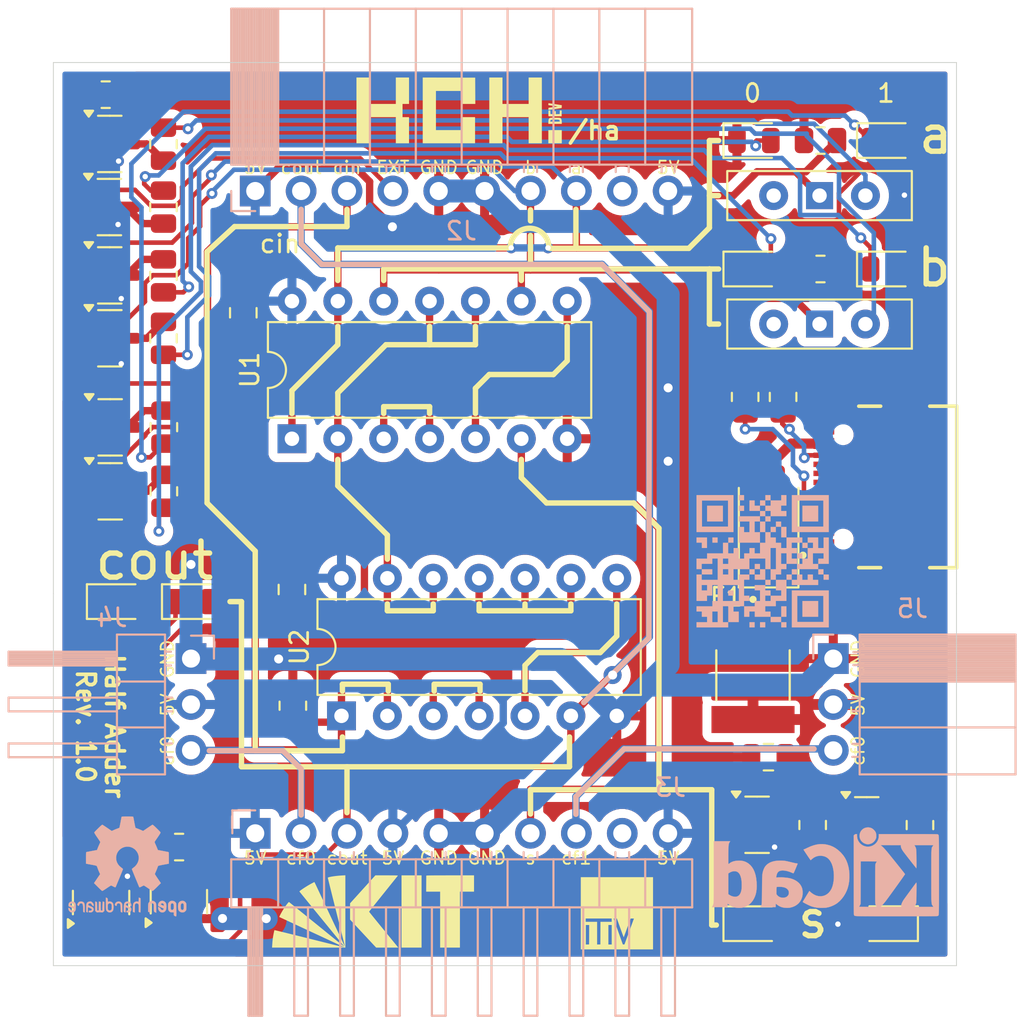
<source format=kicad_pcb>
(kicad_pcb (version 20241229) (generator "pcbnew") (generator_version "9.0")
  (layers (0 "F.Cu" signal) (2 "B.Cu" signal) (13 "F.Paste" user) (15 "B.Paste" user) (5 "F.SilkS" user "F.Silkscreen") (7 "B.SilkS" user "B.Silkscreen") (1 "F.Mask" user) (3 "B.Mask" user) (25 "Edge.Cuts" user))
  (net 0 "")
  (net 1 "+5V")
  (net 2 "GND")
  (net 3 "Net-(D1-A)")
  (net 4 "Net-(D2-K)")
  (net 5 "Net-(D3-A)")
  (net 6 "Net-(D4-K)")
  (net 7 "Net-(D5-A)")
  (net 8 "Net-(D6-K)")
  (net 9 "Net-(D7-A)")
  (net 10 "Net-(D8-K)")
  (net 11 "Net-(J1-CC2)")
  (net 12 "Net-(J1-CC1)")
  (net 13 "/b")
  (net 15 "/a")
  (net 16 "/cin")
  (net 17 "/AB_EXT")
  (net 18 "/cout")
  (net 19 "/s")
  (net 20 "/cf1")
  (net 21 "/cf0")
  (net 23 "Net-(Q1-D)")
  (net 24 "Net-(Q2-D)")
  (net 25 "Net-(Q3-D)")
  (net 26 "Net-(Q4-D)")
  (net 27 "Net-(Q5-D)")
  (net 28 "Net-(Q6-D)")
  (net 29 "Net-(Q7-D)")
  (net 30 "Net-(Q8-D)")
  (net 31 "Net-(Q9-D)")
  (net 32 "Net-(D9-A)")
  (net 35 "Net-(U2-Pad3)")
  (net 36 "Net-(U1-Pad3)")
  (net 37 "Net-(U1-Pad5)")
  (net 38 "Net-(U2-Pad10)")
  (net 39 "Net-(U2-Pad5)")
  (net 40 "Net-(U1-Pad10)")
  (net 47 "Net-(Q10-D)")
  (net 48 "/AB_5V1")
  (net 49 "/AB_5V2")
  (net 50 "Net-(D9-K)")
  (footprint "LED_SMD:LED_0805_2012Metric" (layer "F.Cu") (at 107.6985 129.845)
    (property "Reference" "D8" (hide yes))
    (property "Value" "ROT")
  )
  (footprint "LED_SMD:LED_0805_2012Metric" (layer "F.Cu") (at 146.1795 104.318)
    (property "Reference" "D4" (hide yes))
    (property "Value" "ROT" (hide yes))
  )
  (footprint "Resistor_SMD:R_0805_2012Metric" (layer "F.Cu") (at 142.037 142.2129 -90)
    (property "Reference" "R5" (hide yes))
    (property "Value" "680")
  )
  (footprint "LED_SMD:LED_0805_2012Metric" (layer "F.Cu") (at 138.7835 111.43)
    (property "Reference" "D1" (hide yes))
    (property "Value" "BLAU")
  )
  (footprint "Package_TO_SOT_SMD:SOT-23" (layer "F.Cu") (at 103.1436 120.1983)
    (property "Reference" "Q4" (hide yes))
    (property "Value" "BSS138")
  )
  (footprint "Resistor_SMD:R_0805_2012Metric" (layer "F.Cu") (at 106.1177 120.185 90)
    (property "Reference" "R4" (hide yes))
    (property "Value" "680")
  )
  (footprint "Resistor_SMD:R_0805_2012Metric" (layer "F.Cu") (at 142.4707 111.43 180)
    (property "Reference" "R12" (hide yes))
    (property "Value" "22k")
  )
  (footprint "Diode_SMD:D_SMA" (layer "F.Cu") (at 139.6 125.55 90)
    (property "Reference" "D9" (hide yes))
    (property "Value" "~")
  )
  (footprint "Button_Switch_THT:SW_Slide-03_Wuerth-WS-SLTV_10x2.5x6.4_P2.54mm" (layer "F.Cu") (at 142.418 107.366 180)
    (property "Reference" "SW1" (hide yes))
    (property "Value" "a")
  )
  (footprint "snapeda:FUSER_2016L050MR" (layer "F.Cu") (at 138.735 133.9228 -90)
    (property "Reference" "F1")
    (property "Value" "1.1A")
  )
  (footprint "Resistor_SMD:R_0805_2012Metric" (layer "F.Cu") (at 113.2588 135.6089 90)
    (property "Reference" "R13" (hide yes))
    (property "Value" "22k")
  )
  (footprint "Resistor_SMD:R_0805_2012Metric" (layer "F.Cu") (at 106.096 111.8091 -90)
    (property "Reference" "R3" (hide yes))
    (property "Value" "680")
  )
  (footprint "Resistor_SMD:R_0805_2012Metric" (layer "F.Cu") (at 140.4 118.5125 90)
    (property "Reference" "R15" (hide yes))
    (property "Value" "5.1k")
  )
  (footprint "Package_TO_SOT_SMD:SOT-23" (layer "F.Cu") (at 103.1219 104.506)
    (property "Reference" "Q9" (hide yes))
    (property "Value" "BSS84")
  )
  (footprint "Resistor_SMD:R_0805_2012Metric" (layer "F.Cu") (at 138.3 118.5125 90)
    (property "Reference" "R14" (hide yes))
    (property "Value" "5.1k")
  )
  (footprint "Package_TO_SOT_SMD:SOT-23" (layer "F.Cu") (at 102.6416 146.5051 90)
    (property "Reference" "Q7" (hide yes))
    (property "Value" "BSS84")
  )
  (footprint "Package_TO_SOT_SMD:SOT-23" (layer "F.Cu") (at 106.9482 146.4589 90)
    (property "Reference" "Q8" (hide yes))
    (property "Value" "BSS138")
  )
  (footprint "snapeda:kch_4mm" (layer "F.Cu") (at 122.45 102.65)
    (property "Reference" "G***" (hide yes))
    (property "Value" "LOGO" (hide yes))
  )
  (footprint "Package_TO_SOT_SMD:SOT-23" (layer "F.Cu") (at 103.1482 123.7391)
    (property "Reference" "Q2" (hide yes))
    (property "Value" "BSS138")
  )
  (footprint "Resistor_SMD:R_0805_2012Metric" (layer "F.Cu") (at 147.9783 142.2167 -90)
    (property "Reference" "R6" (hide yes))
    (property "Value" "680")
  )
  (footprint "Resistor_SMD:R_0805_2012Metric" (layer "F.Cu") (at 106.096 108.0029 90)
    (property "Reference" "R17" (hide yes))
    (property "Value" "220")
  )
  (footprint "Resistor_SMD:R_0805_2012Metric" (layer "F.Cu") (at 102.8975 101.778)
    (property "Reference" "R9" (hide yes))
    (property "Value" "22k")
  )
  (footprint "Package_TO_SOT_SMD:SOT-23" (layer "F.Cu") (at 145.0319 142.23)
    (property "Reference" "Q6" (hide yes))
    (property "Value" "BSS138")
  )
  (footprint "Package_DIP:DIP-14_W7.62mm" (layer "F.Cu") (at 115.9512 136.1696 90)
    (property "Reference" "U2")
    (property "Value" "74HC00")
  )
  (footprint "LED_SMD:LED_0805_2012Metric" (layer "F.Cu") (at 146.1795 111.43)
    (property "Reference" "D2" (hide yes))
    (property "Value" "ROT")
  )
  (footprint "Capacitor_SMD:C_0805_2012Metric" (layer "F.Cu") (at 139.5884 138.4556 180)
    (property "Reference" "C3" (hide yes))
    (property "Value" "10u")
  )
  (footprint "Capacitor_SMD:C_0805_2012Metric" (layer "F.Cu") (at 110.5156 113.8532 90)
    (property "Reference" "C1" (hide yes))
    (property "Value" "100n")
  )
  (footprint "Button_Switch_THT:SW_Slide-03_Wuerth-WS-SLTV_10x2.5x6.4_P2.54mm" (layer "F.Cu") (at 142.418 114.478 180)
    (property "Reference" "SW2" (hide yes))
    (property "Value" "b")
  )
  (footprint "Resistor_SMD:R_0805_2012Metric" (layer "F.Cu") (at 102.6538 143.5079)
    (property "Reference" "R7" (hide yes))
    (property "Value" "680")
  )
  (footprint "Resistor_SMD:R_0805_2012Metric" (layer "F.Cu") (at 106.096 115.2673 -90)
    (property "Reference" "R1" (hide yes))
    (property "Value" "680")
  )
  (footprint "Package_TO_SOT_SMD:SOT-23" (layer "F.Cu") (at 103.1265 115.2654)
    (property "Reference" "Q1" (hide yes))
    (property "Value" "BSS84")
  )
  (footprint "snapeda:itiv_4mm" (layer "F.Cu") (at 131.2 147.1)
    (property "Reference" "G***" (hide yes))
    (property "Value" "LOGO" (hide yes))
  )
  (footprint "LED_SMD:LED_0805_2012Metric" (layer "F.Cu") (at 146.1795 147.6758 180)
    (property "Reference" "D6" (hide yes))
    (property "Value" "ROT")
  )
  (footprint "Resistor_SMD:R_0805_2012Metric" (layer "F.Cu") (at 106.1177 123.7372 90)
    (property "Reference" "R2" (hide yes))
    (property "Value" "680")
  )
  (footprint "Resistor_SMD:R_0805_2012Metric" (layer "F.Cu") (at 106.096 104.5193 90)
    (property "Reference" "R10" (hide yes))
    (property "Value" "220")
  )
  (footprint "LED_SMD:LED_0805_2012Metric" (layer "F.Cu") (at 103.5421 129.845)
    (property "Reference" "D7" (hide yes))
    (property "Value" "BLAU")
  )
  (footprint "snapeda:GCT_USB4110-GF-A_REVB" (layer "F.Cu") (at 143.7308 123.495 90)
    (property "Reference" "J1" (hide yes))
    (property "Value" "POWER")
  )
  (footprint "Resistor_SMD:R_0805_2012Metric" (layer "F.Cu") (at 142.4707 104.318 180)
    (property "Reference" "R11" (hide yes))
    (property "Value" "22k")
  )
  (footprint "Package_TO_SOT_SMD:SOT-23" (layer "F.Cu") (at 103.1205 111.7832)
    (property "Reference" "Q3" (hide yes))
    (property "Value" "BSS84")
  )
  (footprint "Package_DIP:DIP-14_W7.62mm" (layer "F.Cu") (at 113.208 120.828 90)
    (property "Reference" "U1")
    (property "Value" "74HC00")
  )
  (footprint "Package_TO_SOT_SMD:SOT-23" (layer "F.Cu") (at 138.9613 142.1996)
    (property "Reference" "Q5" (hide yes))
    (property "Value" "BSS84")
  )
  (footprint "LED_SMD:LED_0805_2012Metric" (layer "F.Cu") (at 138.7835 147.6758)
    (property "Reference" "D5" (hide yes))
    (property "Value" "BLAU")
  )
  (footprint "snapeda:kit_4mm" (layer "F.Cu") (at 117.7 147)
    (property "Reference" "G***" (hide yes))
    (property "Value" "LOGO" (hide yes))
  )
  (footprint "LED_SMD:LED_0805_2012Metric" (layer "F.Cu") (at 138.7835 104.318)
    (property "Reference" "D3" (hide yes))
    (property "Value" "BLAU" (hide yes))
  )
  (footprint "Resistor_SMD:R_0805_2012Metric" (layer "F.Cu") (at 106.9615 143.434)
    (property "Reference" "R8" (hide yes))
    (property "Value" "680")
  )
  (footprint "Package_TO_SOT_SMD:SOT-23" (layer "F.Cu") (at 103.1011 108.001)
    (property "Reference" "Q10" (hide yes))
    (property "Value" "BSS84")
  )
  (footprint "Capacitor_SMD:C_0805_2012Metric" (layer "F.Cu") (at 113.208 129.1744 90)
    (property "Reference" "C2" (hide yes))
    (property "Value" "100n")
  )
  (footprint "Symbol:OSHW-Logo2_7.3x6mm_SilkScreen" (layer "B.Cu") (at 104.1 144.5 180)
    (property "Reference" "REF**" (hide yes))
    (property "Value" "OSHW-Logo2_7.3x6mm_SilkScreen" (hide yes))
  )
  (footprint "Connector_PinSocket_2.54mm:PinSocket_1x10_P2.54mm_Horizontal" (layer "B.Cu") (at 111.176 107.112 -90)
    (property "Reference" "J2")
    (property "Value" "OBEN")
  )
  (footprint "Connector_PinSocket_2.54mm:PinSocket_1x03_P2.54mm_Horizontal" (layer "B.Cu") (at 143.18 133 180)
    (property "Reference" "J5")
    (property "Value" "RECHTS")
  )
  (footprint "Symbol:KiCad-Logo_5mm_SilkScreen" (layer "B.Cu") (at 142.753898 145.323538 180)
    (property "Reference" "REF**" (hide yes))
    (property "Value" "KiCad-Logo_5mm_SilkScreen" (hide yes))
  )
  (footprint "Connector_PinHeader_2.54mm:PinHeader_1x10_P2.54mm_Horizontal" (layer "B.Cu") (at 111.176 142.672 -90)
    (property "Reference" "J3")
    (property "Value" "UNTEN")
  )
  (footprint "snapeda:kch_url_qr" (layer "B.Cu") (at 139.2684 127.6098 180)
    (property "Reference" "G***" (hide yes))
    (property "Value" "LOGO" (hide yes))
  )
  (footprint "Connector_PinHeader_2.54mm:PinHeader_1x03_P2.54mm_Horizontal" (layer "B.Cu") (at 107.62 133 180)
    (property "Reference" "J4")
    (property "Value" "LINKS")
  )
  (gr_line (start 126.416 140.259) (end 126.416 141.6052) (stroke (width 0.3)) (layer "F.SilkS"))
  (gr_line (start 118.542 134.417) (end 118.542 134.798) (stroke (width 0.3)) (layer "F.SilkS"))
  (gr_line (start 120.828 114.605) (end 120.828 115.621) (stroke (width 0.3)) (layer "F.SilkS"))
  (gr_line (start 116.256 138.989) (end 110.414 138.989) (stroke (width 0.3)) (layer "F.SilkS"))
  (gr_line (start 125.908 121.971) (end 125.908 122.987) (stroke (width 0.3)) (layer "F.SilkS"))
  (gr_line (start 133.528 125.781) (end 133.528 140.259) (stroke (width 0.3)) (layer "F.SilkS"))
  (gr_line (start 118.288 119.431) (end 118.288 119.05) (stroke (width 0.3)) (layer "F.SilkS"))
  (gr_line (start 127.305 124.384) (end 132.131 124.384) (stroke (width 0.3)) (layer "F.SilkS"))
  (gr_line (start 123.5712 129.972) (end 123.5712 130.353) (stroke (width 0.3)) (layer "F.SilkS"))
  (gr_line (start 116.002 134.417) (end 118.542 134.417) (stroke (width 0.3)) (layer "F.SilkS"))
  (gr_line (start 133.528 140.259) (end 126.416 140.259) (stroke (width 0.3)) (layer "F.SilkS"))
  (gr_line (start 116.002 137.338) (end 116.002 138.1) (stroke (width 0.3)) (layer "F.SilkS"))
  (gr_line (start 125.2222 110.261537) (end 115.748 110.2616) (stroke (width 0.3)) (layer "F.SilkS"))
  (gr_line (start 128.6512 130.353) (end 128.6512 129.972) (stroke (width 0.3)) (layer "F.SilkS"))
  (gr_line (start 126.1112 129.972) (end 126.1112 130.353) (stroke (width 0.3)) (layer "F.SilkS"))
  (gr_line (start 115.748 118.288) (end 115.748 119.431) (stroke (width 0.3)) (layer "F.SilkS"))
  (gr_line (start 110.414 138.989) (end 110.414 129.845) (stroke (width 0.3)) (layer "F.SilkS"))
  (gr_line (start 115.748 115.621) (end 113.208 118.161) (stroke (width 0.3)) (layer "F.SilkS"))
  (gr_line (start 121.0312 130.353) (end 121.0312 129.972) (stroke (width 0.3)) (layer "F.SilkS"))
  (gr_line (start 116.002 134.798) (end 116.002 134.417) (stroke (width 0.3)) (layer "F.SilkS"))
  (gr_line (start 136.322 109.144) (end 135.179 110.287) (stroke (width 0.3)) (layer "F.SilkS"))
  (gr_line (start 118.4912 126.162) (end 118.4912 127.4955) (stroke (width 0.3)) (layer "F.SilkS"))
  (gr_line (start 124.13 117.272) (end 123.368 118.034) (stroke (width 0.3)) (layer "F.SilkS"))
  (gr_line (start 136.449 140.259) (end 136.449 147.752) (stroke (width 0.3)) (layer "F.SilkS"))
  (gr_line (start 110.414 129.845) (end 109.779 129.845) (stroke (width 0.3)) (layer "F.SilkS"))
  (gr_line (start 123.368 115.621) (end 123.368 114.605) (stroke (width 0.3)) (layer "F.SilkS"))
  (gr_line (start 132.131 124.384) (end 133.528 125.781) (stroke (width 0.3)) (layer "F.SilkS"))
  (gr_line (start 136.322 111.43) (end 136.83 111.43) (stroke (width 0.3)) (layer "F.SilkS"))
  (gr_line (start 128.448 116.51) (end 127.686 117.272) (stroke (width 0.3)) (layer "F.SilkS"))
  (gr_line (start 126.416 108.1534) (end 126.416 108.763) (stroke (width 0.3)) (layer "F.SilkS"))
  (gr_line (start 115.748 123.4315) (end 118.4912 126.162) (stroke (width 0.3)) (layer "F.SilkS"))
  (gr_line (start 128.448 114.605) (end 128.448 116.51) (stroke (width 0.3)) (layer "F.SilkS"))
  (gr_line (start 135.179 110.287) (end 127.4828 110.287) (stroke (width 0.3)) (layer "F.SilkS"))
  (gr_line (start 136.322 104.318) (end 136.322 109.144) (stroke (width 0.3)) (layer "F.SilkS"))
  (gr_line (start 118.288 119.05) (end 120.828 119.05) (stroke (width 0.3)) (layer "F.SilkS"))
  (gr_line (start 118.415 115.621) (end 115.748 118.288) (stroke (width 0.3)) (layer "F.SilkS"))
  (gr_line (start 108.509 124.384) (end 111.176 127.051) (stroke (width 0.3)) (layer "F.SilkS"))
  (gr_arc (start 125.298652 110.238414) (mid 126.37704 109.171646) (end 127.432 110.2616) (stroke (width 0.3)) (layer "F.SilkS"))
  (gr_line (start 136.322 107.366) (end 136.83 107.366) (stroke (width 0.3)) (layer "F.SilkS"))
  (gr_line (start 123.368 115.621) (end 118.415 115.621) (stroke (width 0.3)) (layer "F.SilkS"))
  (gr_line (start 136.322 111.43) (end 118.288 111.43) (stroke (width 0.3)) (layer "F.SilkS"))
  (gr_line (start 121.082 134.417) (end 123.622 134.417) (stroke (width 0.3)) (layer "F.SilkS"))
  (gr_line (start 125.908 122.987) (end 127.305 124.384) (stroke (width 0.3)) (layer "F.SilkS"))
  (gr_line (start 128.575 138.989) (end 116.256 138.989) (stroke (width 0.3)) (layer "F.SilkS"))
  (gr_line (start 111.176 138.1) (end 111.176 127.051) (stroke (width 0.3)) (layer "F.SilkS"))
  (gr_line (start 116.002 138.1) (end 111.176 138.1) (stroke (width 0.3)) (layer "F.SilkS"))
  (gr_line (start 126.8224 132.6644) (end 126.1112 133.3756) (stroke (width 0.3)) (layer "F.SilkS"))
  (gr_line (start 118.288 111.43) (end 118.288 112.065) (stroke (width 0.3)) (layer "F.SilkS"))
  (gr_line (start 128.575 137.338) (end 128.575 138.989) (stroke (width 0.3)) (layer "F.SilkS"))
  (gr_line (start 131.1912 129.972) (end 131.1912 131.75) (stroke (width 0.3)) (layer "F.SilkS"))
  (gr_line (start 110.033 109.0805) (end 116.256 109.0805) (stroke (width 0.3)) (layer "F.SilkS"))
  (gr_line (start 126.416 109.5758) (end 126.416 111.43) (stroke (width 0.3)) (layer "F.SilkS"))
  (gr_line (start 136.322 114.478) (end 136.322 111.43) (stroke (width 0.3)) (layer "F.SilkS"))
  (gr_line (start 136.322 104.318) (end 136.83 104.318) (stroke (width 0.3)) (layer "F.SilkS"))
  (gr_line (start 123.622 134.417) (end 123.622 134.798) (stroke (width 0.3)) (layer "F.SilkS"))
  (gr_line (start 115.748 121.971) (end 115.748 123.4315) (stroke (width 0.3)) (layer "F.SilkS"))
  (gr_line (start 118.4912 130.353) (end 121.0312 130.353) (stroke (width 0.3)) (layer "F.SilkS"))
  (gr_line (start 116.256 109.0805) (end 116.256 108.128) (stroke (width 0.3)) (layer "F.SilkS"))
  (gr_line (start 123.5712 130.353) (end 128.6512 130.353) (stroke (width 0.3)) (layer "F.SilkS"))
  (gr_line (start 133.528 140.259) (end 136.449 140.259) (stroke (width 0.3)) (layer "F.SilkS"))
  (gr_line (start 123.368 118.034) (end 123.368 119.431) (stroke (width 0.3)) (layer "F.SilkS"))
  (gr_line (start 131.1912 131.75) (end 130.2768 132.6644) (stroke (width 0.3)) (layer "F.SilkS"))
  (gr_line (start 121.082 134.798) (end 121.082 134.417) (stroke (width 0.3)) (layer "F.SilkS"))
  (gr_line (start 127.686 117.272) (end 124.13 117.272) (stroke (width 0.3)) (layer "F.SilkS"))
  (gr_line (start 115.748 110.2616) (end 115.748 112.065) (stroke (width 0.3)) (layer "F.SilkS"))
  (gr_line (start 136.322 114.478) (end 136.83 114.478) (stroke (width 0.3)) (layer "F.SilkS"))
  (gr_line (start 110.033 109.0805) (end 108.508989 110.477488) (stroke (width 0.3)) (layer "F.SilkS"))
  (gr_line (start 108.509 124.384) (end 108.509 110.4775) (stroke (width 0.3)) (layer "F.SilkS"))
  (gr_line (start 125.908 111.43) (end 125.908 112.065) (stroke (width 0.3)) (layer "F.SilkS"))
  (gr_line (start 136.449 147.752) (end 136.703 147.752) (stroke (width 0.3)) (layer "F.SilkS"))
  (gr_line (start 115.748 114.605) (end 115.748 115.621) (stroke (width 0.3)) (layer "F.SilkS"))
  (gr_line (start 116.256 138.989) (end 116.256 141.529) (stroke (width 0.3)) (layer "F.SilkS"))
  (gr_line (start 113.208 118.161) (end 113.208 119.431) (stroke (width 0.3)) (layer "F.SilkS"))
  (gr_line (start 118.4912 129.972) (end 118.4912 130.353) (stroke (width 0.3)) (layer "F.SilkS"))
  (gr_line (start 120.828 119.05) (end 120.828 119.431) (stroke (width 0.3)) (layer "F.SilkS"))
  (gr_line (start 130.2768 132.6644) (end 126.8224 132.6644) (stroke (width 0.3)) (layer "F.SilkS"))
  (gr_line (start 126.1112 133.3756) (end 126.1112 134.7726) (stroke (width 0.3)) (layer "F.SilkS"))
  (gr_line (start 128.9306 108.128) (end 128.9306 110.287) (stroke (width 0.3)) (layer "F.SilkS"))
  (gr_line (start 113.716 110.033) (end 114.859 111.176) (stroke (width 0.3)) (layer "B.SilkS"))
  (gr_line (start 142.1132 137.9984) (end 131.5976 137.9984) (stroke (width 0.3)) (layer "B.SilkS"))
  (gr_line (start 113.716 108.128) (end 113.716 110.033) (stroke (width 0.3)) (layer "B.SilkS"))
  (gr_line (start 108.636 138.1) (end 112.7 138.1) (stroke (width 0.3)) (layer "B.SilkS"))
  (gr_line (start 132.9946 113.843) (end 132.9692 131.8516) (stroke (width 0.3)) (layer "B.SilkS"))
  (gr_line (start 132.9692 131.8516) (end 129.3624 135.433) (stroke (width 0.3)) (layer "B.SilkS"))
  (gr_line (start 130.3784 111.176) (end 132.9946 113.7922) (stroke (width 0.3)) (layer "B.SilkS"))
  (gr_line (start 128.9306 140.64) (end 128.9306 141.6179) (stroke (width 0.3)) (layer "B.SilkS"))
  (gr_line (start 113.716 139.116) (end 113.716 141.656) (stroke (width 0.3)) (layer "B.SilkS"))
  (gr_line (start 131.5976 137.9984) (end 128.9306 140.64) (stroke (width 0.3)) (layer "B.SilkS"))
  (gr_line (start 112.7 138.1) (end 113.716 139.116) (stroke (width 0.3)) (layer "B.SilkS"))
  (gr_line (start 114.859 111.176) (end 130.3784 111.176) (stroke (width 0.3)) (layer "B.SilkS"))
  (gr_line (start 150 150) (end 100 150) (stroke (width 0.05)) (layer "Edge.Cuts"))
  (gr_line (start 100 129.4) (end 100 150) (stroke (width 0.05)) (layer "Edge.Cuts"))
  (gr_line (start 150 129.4) (end 150 150) (stroke (width 0.05)) (layer "Edge.Cuts"))
  (gr_line (start 100 100) (end 100 129.4) (stroke (width 0.05)) (layer "Edge.Cuts"))
  (gr_line (start 100 100) (end 150 100) (stroke (width 0.05)) (layer "Edge.Cuts"))
  (gr_line (start 150 100) (end 150 129.4) (stroke (width 0.05)) (layer "Edge.Cuts"))
  (gr_text "cin" (at 112.5476 110.6172 0) (layer "F.SilkS") (effects (font (size 1 1)) (justify bottom)))
  (gr_text "0" (at 138.705 102.286 0) (layer "F.SilkS") (effects (font (size 1 1)) (justify bottom)))
  (gr_text "GND" (at 106.731 133.02 90) (layer "F.SilkS") (effects (font (size 0.7 0.7) (thickness 0.1)) (justify bottom)))
  (gr_text "cf1" (at 128.956 144.45 0) (layer "F.SilkS") (effects (font (size 0.7 0.7) (thickness 0.1)) (justify bottom)))
  (gr_text "GND" (at 144.958 133.02 90) (layer "F.SilkS") (effects (font (size 0.7 0.7) (thickness 0.1)) (justify bottom)))
  (gr_text "GND" (at 124 144.45 0) (layer "F.SilkS") (effects (font (size 0.7 0.7) (thickness 0.1)) (justify bottom)))
  (gr_text "1" (at 146.101 102.286 0) (layer "F.SilkS") (effects (font (size 1 1)) (justify bottom)))
  (gr_text "5V" (at 106.731 135.56 90) (layer "F.SilkS") (effects (font (size 0.7 0.7) (thickness 0.1)) (justify bottom)))
  (gr_text "GND" (at 121.336 106.223 0) (layer "F.SilkS") (effects (font (size 0.7 0.7) (thickness 0.1)) (justify bottom)))
  (gr_text "cout" (at 113.716 106.223 0) (layer "F.SilkS") (effects (font (size 0.7 0.7) (thickness 0.1)) (justify bottom)))
  (gr_text "5V" (at 144.958 135.56 90) (layer "F.SilkS") (effects (font (size 0.7 0.7) (thickness 0.1)) (justify bottom)))
  (gr_text "5V" (at 134.036 144.45 0) (layer "F.SilkS") (effects (font (size 0.7 0.7) (thickness 0.1)) (justify bottom)))
  (gr_text "cin" (at 116.256 106.223 0) (layer "F.SilkS") (effects (font (size 0.7 0.7) (thickness 0.1)) (justify bottom)))
  (gr_text "cout" (at 116.256 144.45 0) (layer "F.SilkS") (effects (font (size 0.7 0.7) (thickness 0.1)) (justify bottom)))
  (gr_text "GND" (at 123.876 106.223 0) (layer "F.SilkS") (effects (font (size 0.7 0.7) (thickness 0.1)) (justify bottom)))
  (gr_text "5V" (at 134.036 106.223 0) (layer "F.SilkS") (effects (font (size 0.7 0.7) (thickness 0.1)) (justify bottom)))
  (gr_text "cf0" (at 144.958 138.1 90) (layer "F.SilkS") (effects (font (size 0.7 0.7) (thickness 0.1)) (justify bottom)))
  (gr_text "5V" (at 111.176 106.223 0) (layer "F.SilkS") (effects (font (size 0.7 0.7) (thickness 0.1)) (justify bottom)))
  (gr_text "s" (at 142.05 148.6 0) (layer "F.SilkS") (effects (font (size 2 2) (thickness 0.3)) (justify bottom)))
  (gr_text "b" (at 126.416 106.223 0) (layer "F.SilkS") (effects (font (size 0.7 0.7) (thickness 0.1)) (justify bottom)))
  (gr_text "/ha" (at 128.4 104.35 0) (layer "F.SilkS") (effects (font (size 1 1) (thickness 0.2) (bold yes)) (justify left bottom)))
  (gr_text "a" (at 128.956 106.223 0) (layer "F.SilkS") (effects (font (size 0.7 0.7) (thickness 0.1)) (justify bottom)))
  (gr_text "cout" (at 105.6 128.75 0) (layer "F.SilkS") (effects (font (size 2 2) (thickness 0.3)) (justify bottom)))
  (gr_text "5V" (at 118.796 144.45 0) (layer "F.SilkS") (effects (font (size 0.7 0.7) (thickness 0.1)) (justify bottom)))
  (gr_text "5V" (at 111.176 144.45 0) (layer "F.SilkS") (effects (font (size 0.7 0.7) (thickness 0.1)) (justify bottom)))
  (gr_text "cf0" (at 113.716 144.45 0) (layer "F.SilkS") (effects (font (size 0.7 0.7) (thickness 0.1)) (justify bottom)))
  (gr_text "EXT" (at 118.796 106.223 0) (layer "F.SilkS") (effects (font (size 0.7 0.7) (thickness 0.1)) (justify bottom)))
  (gr_text "Half Adder\nRev. 1.0" (at 101.2 136.75 270) (layer "F.SilkS") (effects (font (size 1 1) (thickness 0.2) (bold yes)) (justify bottom)))
  (gr_text "cf0" (at 106.731 138.1 90) (layer "F.SilkS") (effects (font (size 0.7 0.7) (thickness 0.1)) (justify bottom)))
  (gr_text "GND" (at 121.336 144.45 0) (layer "F.SilkS") (effects (font (size 0.7 0.7) (thickness 0.1)) (justify bottom)))
  (gr_text "s" (at 126.416 144.45 0) (layer "F.SilkS") (effects (font (size 0.7 0.7) (thickness 0.1)) (justify bottom)))
  (segment (start 147.117 107.3406) (end 147.117 104.318) (width 0.4064) (layer "F.Cu") (net 1))
  (segment (start 102.1844 105.456) (end 103.611473 105.455999) (width 0.254) (layer "F.Cu") (net 1))
  (segment (start 139.6444 143.1496) (end 139.9288 143.434) (width 0.4064) (layer "F.Cu") (net 1))
  (segment (start 111.176 107.112) (end 112.4292 105.8588) (width 0.4064) (layer "F.Cu") (net 1))
  (segment (start 106.584 135.54) (end 107.62 135.54) (width 0.254) (layer "F.Cu") (net 1))
  (segment (start 117.5092 107.8318) (end 118.7706 109.0932) (width 0.4064) (layer "F.Cu") (net 1))
  (segment (start 103.298 116.2154) (end 103.7578 116.6752) (width 0.254) (layer "F.Cu") (net 1))
  (segment (start 117.5092 106.592907) (end 117.5092 107.8318) (width 0.4064) (layer "F.Cu") (net 1))
  (segment (start 103.5916 147.4426) (end 103.5916 145.5584) (width 0.4064) (layer "F.Cu") (net 1))
  (segment (start 102.183 112.7332) (end 103.4226 112.7332) (width 0.254) (layer "F.Cu") (net 1))
  (segment (start 112.4292 105.8588) (end 116.775093 105.8588) (width 0.4064) (layer "F.Cu") (net 1))
  (segment (start 110.5156 112.9032) (end 110.8204 113.208) (width 0.4064) (layer "F.Cu") (net 1))
  (segment (start 116.775093 105.8588) (end 117.5092 106.592907) (width 0.4064) (layer "F.Cu") (net 1))
  (segment (start 113.5332 128.5496) (end 113.208 128.2244) (width 0.4064) (layer "F.Cu") (net 1))
  (segment (start 103.5916 145.5584) (end 104.1 145.05) (width 0.4064) (layer "F.Cu") (net 1))
  (segment (start 102.1636 108.951) (end 103.5662 108.951) (width 0.254) (layer "F.Cu") (net 1))
  (segment (start 106.1182 135.0742) (end 106.584 135.54) (width 0.254) (layer "F.Cu") (net 1))
  (segment (start 115.9512 128.5496) (end 113.5332 128.5496) (width 0.4064) (layer "F.Cu") (net 1))
  (segment (start 147.117 107.3406) (end 147.117 111.43) (width 0.4064) (layer "F.Cu") (net 1))
  (segment (start 107.493 130.988) (end 107.4676 130.988) (width 0.254) (layer "F.Cu") (net 1))
  (segment (start 106.1182 132.3374) (end 106.1182 135.0742) (width 0.254) (layer "F.Cu") (net 1))
  (segment (start 102.189 116.2154) (end 103.298 116.2154) (width 0.254) (layer "F.Cu") (net 1))
  (segment (start 143.4594 147.6758) (end 143.434 147.7012) (width 0.4064) (layer "F.Cu") (net 1))
  (segment (start 145.242 147.6758) (end 143.4594 147.6758) (width 0.4064) (layer "F.Cu") (net 1))
  (segment (start 107.4676 130.988) (end 106.1182 132.3374) (width 0.254) (layer "F.Cu") (net 1))
  (segment (start 108.636 129.845) (end 107.493 130.988) (width 0.254) (layer "F.Cu") (net 1))
  (segment (start 103.4226 112.7332) (end 103.7578 113.0684) (width 0.254) (layer "F.Cu") (net 1))
  (segment (start 103.5662 108.951) (end 103.5814 108.9662) (width 0.254) (layer "F.Cu") (net 1))
  (segment (start 110.8204 113.208) (end 113.208 113.208) (width 0.4064) (layer "F.Cu") (net 1))
  (segment (start 138.0238 143.1496) (end 139.6444 143.1496) (width 0.4064) (layer "F.Cu") (net 1))
  (via (at 147.117 107.3406) (size 0.6) (drill 0.3) (layers "F.Cu" "B.Cu") (net 1))
  (via (at 139.9288 143.434) (size 0.6) (drill 0.3) (layers "F.Cu" "B.Cu") (net 1))
  (via (at 103.7578 116.6752) (size 0.6) (drill 0.3) (layers "F.Cu" "B.Cu") (net 1))
  (via (at 104.1 145.05) (size 0.6) (drill 0.3) (layers "F.Cu" "B.Cu") (net 1))
  (via (at 103.611473 105.455999) (size 0.6) (drill 0.3) (layers "F.Cu" "B.Cu") (net 1))
  (via (at 103.7578 113.0684) (size 0.6) (drill 0.3) (layers "F.Cu" "B.Cu") (net 1))
  (via (at 103.5814 108.9662) (size 0.6) (drill 0.3) (layers "F.Cu" "B.Cu") (net 1))
  (via (at 143.434 147.7012) (size 0.6) (drill 0.3) (layers "F.Cu" "B.Cu") (net 1))
  (via (at 118.7706 109.0932) (size 1) (drill 0.5) (layers "F.Cu" "B.Cu") (net 1))
  (segment (start 124.908 134.8836) (end 124.9174 134.8742) (width 0.4064) (layer "B.Cu") (net 1))
  (segment (start 118.796 142.672) (end 124.908 136.56) (width 0.4064) (layer "B.Cu") (net 1))
  (segment (start 124.908 136.56) (end 124.908 134.8836) (width 0.4064) (layer "B.Cu") (net 1))
  (segment (start 107.8982 147.3964) (end 109.347202 147.3964) (width 0.4064) (layer "F.Cu") (net 2))
  (segment (start 141.5582 111.43) (end 143.495 109.4932) (width 0.254) (layer "F.Cu") (net 2))
  (segment (start 107.62 133.02) (end 109.5504 133.02) (width 1.27) (layer "F.Cu") (net 2))
  (segment (start 143.495 109.4932) (end 143.495 107.235181) (width 0.254) (layer "F.Cu") (net 2))
  (segment (start 109.5504 133.02) (end 109.5758 132.9946) (width 1.27) (layer "F.Cu") (net 2))
  (segment (start 101.1452 122.2092) (end 101.1452 123.6236) (width 0.254) (layer "F.Cu") (net 2))
  (segment (start 142.6558 118.96) (end 143.2308 118.385) (width 0.5588) (layer "F.Cu") (net 2))
  (segment (start 142.6558 128.03) (end 143.2308 128.605) (width 0.5588) (layer "F.Cu") (net 2))
  (segment (start 145.689118 105.3848) (end 146.1264 104.947518) (width 0.254) (layer "F.Cu") (net 2))
  (segment (start 117.1958 130.1244) (end 113.208 130.1244) (width 0.4064) (layer "F.Cu") (net 2))
  (segment (start 145.345381 105.3848) (end 145.689118 105.3848) (width 0.254) (layer "F.Cu") (net 2))
  (segment (start 116.9418 126.67) (end 116.9418 126.8478) (width 0.4064) (layer "F.Cu") (net 2))
  (segment (start 143.495 107.235181) (end 145.345381 105.3848) (width 0.254) (layer "F.Cu") (net 2))
  (segment (start 102.2061 121.1483) (end 101.1452 122.2092) (width 0.254) (layer "F.Cu") (net 2))
  (segment (start 110.5156 122.606) (end 114.5796 126.67) (width 0.4064) (layer "F.Cu") (net 2))
  (segment (start 142.6558 120.295) (end 142.6558 118.96) (width 0.5588) (layer "F.Cu") (net 2))
  (segment (start 114.5796 126.67) (end 116.9418 126.67) (width 0.4064) (layer "F.Cu") (net 2))
  (segment (start 146.1264 104.947518) (end 146.1264 103.1496) (width 0.254) (layer "F.Cu") (net 2))
  (segment (start 117.2212 130.1498) (end 117.1958 130.1244) (width 0.4064) (layer "F.Cu") (net 2))
  (segment (start 116.9418 126.8478) (end 117.2212 127.1272) (width 0.4064) (layer "F.Cu") (net 2))
  (segment (start 101.1452 123.6236) (end 102.2107 124.6891) (width 0.254) (layer "F.Cu") (net 2))
  (segment (start 117.2212 127.1272) (end 117.2212 130.1498) (width 0.4064) (layer "F.Cu") (net 2))
  (segment (start 109.354657 147.3964) (end 109.364249 147.386808) (width 1.27) (layer "F.Cu") (net 2))
  (segment (start 142.6558 126.695) (end 142.6558 128.03) (width 0.5588) (layer "F.Cu") (net 2))
  (segment (start 109.347202 147.3964) (end 109.354657 147.3964) (width 1.27) (layer "F.Cu") (net 2))
  (segment (start 110.5156 114.8032) (end 110.5156 122.606) (width 0.4064) (layer "F.Cu") (net 2))
  (via (at 107.62 127.7876) (size 1) (drill 0.5) (layers "F.Cu" "B.Cu") (net 2))
  (via (at 109.364249 147.386808) (size 1) (drill 0.5) (layers "F.Cu" "B.Cu") (net 2))
  (via (at 112.4714 133.02) (size 1) (drill 0.5) (layers "F.Cu" "B.Cu") (net 2))
  (via (at 134.036 122.0726) (size 1) (drill 0.5) (layers "F.Cu" "B.Cu") (net 2))
  (via (at 134.036 118.0086) (size 1) (drill 0.5) (layers "F.Cu" "B.Cu") (net 2))
  (via (at 111.7856 147.3964) (size 1) (drill 0.5) (layers "F.Cu" "B.Cu") (net 2))
  (segment (start 134.036 122.0726) (end 134.036 112.8524) (width 1.27) (layer "B.Cu") (net 2))
  (segment (start 107.62 133.02) (end 113.2588 133.02) (width 1.27) (layer "B.Cu") (net 2))
  (segment (start 143.18 133.02) (end 141.7322 134.4678) (width 1.27) (layer "B.Cu") (net 2))
  (segment (start 129.972 108.7884) (end 129.9634 108.797) (width 1.27) (layer "B.Cu") (net 2))
  (segment (start 109.373841 147.3964) (end 109.364249 147.386808) (width 1.27) (layer "B.Cu") (net 2))
  (segment (start 134.036 122.5044) (end 134.036 122.0726) (width 1.27) (layer "B.Cu") (net 2))
  (segment (start 141.7322 134.4678) (end 132.893 134.4678) (width 1.27) (layer "B.Cu") (net 2))
  (segment (start 123.876 107.112) (end 121.336 107.112) (width 1.27) (layer "B.Cu") (net 2))
  (segment (start 125.561 108.797) (end 123.876 107.112) (width 1.27) (layer "B.Cu") (net 2))
  (segment (start 126.543 140.8178) (end 125.7302 140.8178) (width 1.27) (layer "B.Cu") (net 2))
  (segment (start 125.7302 140.8178) (end 123.876 142.672) (width 1.27) (layer "B.Cu") (net 2))
  (segment (start 126.5684 133.0454) (end 128.067 133.0454) (width 1.27) (layer "B.Cu") (net 2))
  (segment (start 111.7856 147.3964) (end 109.373841 147.3964) (width 1.27) (layer "B.Cu") (net 2))
  (segment (start 131.1912 136.1696) (end 134.036 133.3248) (width 1.27) (layer "B.Cu") (net 2))
  (segment (start 132.893 134.4678) (end 131.1912 136.1696) (width 1.27) (layer "B.Cu") (net 2))
  (segment (start 123.876 142.672) (end 121.336 142.672) (width 1.27) (layer "B.Cu") (net 2))
  (segment (start 134.036 112.8524) (end 129.972 108.7884) (width 1.27) (layer "B.Cu") (net 2))
  (segment (start 128.067 133.0454) (end 131.1912 136.1696) (width 1.27) (layer "B.Cu") (net 2))
  (segment (start 126.543 133.02) (end 126.5684 133.0454) (width 1.27) (layer "B.Cu") (net 2))
  (segment (start 131.1912 136.1696) (end 126.543 140.8178) (width 1.27) (layer "B.Cu") (net 2))
  (segment (start 107.62 133.02) (end 107.62 127.7876) (width 1.27) (layer "B.Cu") (net 2))
  (segment (start 113.2588 133.02) (end 126.543 133.02) (width 1.27) (layer "B.Cu") (net 2))
  (segment (start 134.036 133.3248) (end 134.036 122.5044) (width 1.27) (layer "B.Cu") (net 2))
  (segment (start 129.9634 108.797) (end 125.561 108.797) (width 1.27) (layer "B.Cu") (net 2))
  (segment (start 139.721 111.43) (end 139.721 109.758202) (width 0.254) (layer "F.Cu") (net 3))
  (segment (start 139.721 109.758202) (end 139.7256 109.753602) (width 0.254) (layer "F.Cu") (net 3))
  (segment (start 107.4168 116.1798) (end 106.096 116.1798) (width 0.254) (layer "F.Cu") (net 3))
  (via (at 139.7256 109.753602) (size 0.6) (drill 0.3) (layers "F.Cu" "B.Cu") (net 3))
  (via (at 107.4168 116.1798) (size 0.6) (drill 0.3) (layers "F.Cu" "B.Cu") (net 3))
  (segment (start 108.624 111.8498) (end 108.067588 111.293388) (width 0.254) (layer "B.Cu") (net 3))
  (segment (start 108.067588 111.293388) (end 108.067588 105.949565) (width 0.254) (layer "B.Cu") (net 3))
  (segment (start 124.740054 105.026005) (end 125.014048 105.3) (width 0.254) (layer "B.Cu") (net 3))
  (segment (start 108.067588 105.949565) (end 108.991148 105.026005) (width 0.254) (layer "B.Cu") (net 3))
  (segment (start 135.271998 105.3) (end 139.7256 109.753602) (width 0.254) (layer "B.Cu") (net 3))
  (segment (start 107.4168 116.1798) (end 107.4168 114.096275) (width 0.254) (layer "B.Cu") (net 3))
  (segment (start 125.014048 105.3) (end 135.271998 105.3) (width 0.254) (layer "B.Cu") (net 3))
  (segment (start 107.4168 114.096275) (end 108.624 112.889075) (width 0.254) (layer "B.Cu") (net 3))
  (segment (start 108.624 112.889075) (end 108.624 111.8498) (width 0.254) (layer "B.Cu") (net 3))
  (segment (start 108.991148 105.026005) (end 124.740054 105.026005) (width 0.254) (layer "B.Cu") (net 3))
  (segment (start 145.242 111.43) (end 145.242 110.2408) (width 0.254) (layer "F.Cu") (net 4))
  (segment (start 105.8406 125.9462) (end 105.8406 124.9268) (width 0.254) (layer "F.Cu") (net 4))
  (segment (start 145.242 110.2408) (end 144.704 109.7028) (width 0.254) (layer "F.Cu") (net 4))
  (segment (start 105.8406 124.9268) (end 106.1177 124.6497) (width 0.254) (layer "F.Cu") (net 4))
  (via (at 144.704 109.7028) (size 0.6) (drill 0.3) (layers "F.Cu" "B.Cu") (net 4))
  (via (at 105.8406 125.9462) (size 0.6) (drill 0.3) (layers "F.Cu" "B.Cu") (net 4))
  (segment (start 141.34 108.444) (end 141.34 106.288) (width 0.254) (layer "B.Cu") (net 4))
  (segment (start 108.802267 104.570005) (end 107.611588 105.760684) (width 0.254) (layer "B.Cu") (net 4))
  (segment (start 107.611588 105.885333) (end 107.611588 111.573988) (width 0.254) (layer "B.Cu") (net 4))
  (segment (start 124.928935 104.570005) (end 108.802267 104.570005) (width 0.254) (layer "B.Cu") (net 4))
  (segment (start 107.611588 111.573988) (end 108.168 112.1304) (width 0.254) (layer "B.Cu") (net 4))
  (segment (start 141.34 106.288) (end 140.339281 105.287281) (width 0.254) (layer "B.Cu") (net 4))
  (segment (start 125.202929 104.844) (end 124.928935 104.570005) (width 0.254) (layer "B.Cu") (net 4))
  (segment (start 140.339281 105.287281) (end 136.464377 105.287281) (width 0.254) (layer "B.Cu") (net 4))
  (segment (start 108.168 112.689023) (end 105.8406 115.016423) (width 0.254) (layer "B.Cu") (net 4))
  (segment (start 135.461879 104.845) (end 135.460879 104.844) (width 0.254) (layer "B.Cu") (net 4))
  (segment (start 105.8406 115.016423) (end 105.8406 125.9462) (width 0.254) (layer "B.Cu") (net 4))
  (segment (start 136.464377 105.287281) (end 136.022096 104.845) (width 0.254) (layer "B.Cu") (net 4))
  (segment (start 144.704 109.7028) (end 143.4452 108.444) (width 0.254) (layer "B.Cu") (net 4))
  (segment (start 107.611588 105.760684) (end 107.611588 105.885332) (width 0.254) (layer "B.Cu") (net 4))
  (segment (start 108.168 112.1304) (end 108.168 112.689023) (width 0.254) (layer "B.Cu") (net 4))
  (segment (start 135.460879 104.844) (end 125.202929 104.844) (width 0.254) (layer "B.Cu") (net 4))
  (segment (start 143.4452 108.444) (end 141.34 108.444) (width 0.254) (layer "B.Cu") (net 4))
  (segment (start 136.022096 104.845) (end 135.461879 104.845) (width 0.254) (layer "B.Cu") (net 4))
  (segment (start 138.816528 104.439672) (end 138.816528 104.543309) (width 0.254) (layer "F.Cu") (net 5))
  (segment (start 107.192 112.7216) (end 107.493 112.4206) (width 0.254) (layer "F.Cu") (net 5))
  (segment (start 138.9382 104.318) (end 138.816528 104.439672) (width 0.254) (layer "F.Cu") (net 5))
  (segment (start 139.721 104.318) (end 138.9382 104.318) (width 0.254) (layer "F.Cu") (net 5))
  (segment (start 138.816528 104.543309) (end 138.8835 104.610281) (width 0.254) (layer "F.Cu") (net 5))
  (segment (start 106.096 112.7216) (end 107.192 112.7216) (width 0.254) (layer "F.Cu") (net 5))
  (via (at 138.8835 104.610281) (size 0.6) (drill 0.3) (layers "F.Cu" "B.Cu") (net 5))
  (via (at 107.493 112.4206) (size 0.6) (drill 0.3) (layers "F.Cu" "B.Cu") (net 5))
  (segment (start 125.390982 104.39) (end 135.648932 104.39) (width 0.254) (layer "B.Cu") (net 5))
  (segment (start 107.157588 105.572631) (end 108.614214 104.116005) (width 0.254) (layer "B.Cu") (net 5))
  (segment (start 138.664219 104.391) (end 138.8835 104.610281) (width 0.254) (layer "B.Cu") (net 5))
  (segment (start 125.116989 104.116005) (end 125.390982 104.39) (width 0.254) (layer "B.Cu") (net 5))
  (segment (start 107.157588 112.085188) (end 107.157588 105.572631) (width 0.254) (layer "B.Cu") (net 5))
  (segment (start 108.614214 104.116005) (end 125.116989 104.116005) (width 0.254) (layer "B.Cu") (net 5))
  (segment (start 107.493 112.4206) (end 107.157588 112.085188) (width 0.254) (layer "B.Cu") (net 5))
  (segment (start 135.649931 104.391) (end 138.664219 104.391) (width 0.254) (layer "B.Cu") (net 5))
  (segment (start 135.648932 104.39) (end 135.649931 104.391) (width 0.254) (layer "B.Cu") (net 5))
  (segment (start 104.8754 121.8568) (end 105.3584 121.8568) (width 0.254) (layer "F.Cu") (net 6))
  (segment (start 105.3584 121.8568) (end 106.1177 121.0975) (width 0.254) (layer "F.Cu") (net 6))
  (segment (start 144.3784 103.4544) (end 144.3484 103.4544) (width 0.254) (layer "F.Cu") (net 6))
  (segment (start 145.242 104.318) (end 144.3784 103.4544) (width 0.254) (layer "F.Cu") (net 6))
  (via (at 144.3484 103.4544) (size 0.6) (drill 0.3) (layers "F.Cu" "B.Cu") (net 6))
  (via (at 104.8754 121.8568) (size 0.6) (drill 0.3) (layers "F.Cu" "B.Cu") (net 6))
  (segment (start 107.199353 102.7222) (end 104.318 105.603553) (width 0.254) (layer "B.Cu") (net 6))
  (segment (start 144.3484 103.4544) (end 143.826999 102.932999) (width 0.254) (layer "B.Cu") (net 6))
  (segment (start 143.826999 102.932999) (end 140.894703 102.932999) (width 0.254) (layer "B.Cu") (net 6))
  (segment (start 104.318 107.459823) (end 104.8768 108.018623) (width 0.254) (layer "B.Cu") (net 6))
  (segment (start 140.894703 102.932999) (end 140.683904 102.7222) (width 0.254) (layer "B.Cu") (net 6))
  (segment (start 104.8768 121.8554) (end 104.8754 121.8568) (width 0.254) (layer "B.Cu") (net 6))
  (segment (start 140.683904 102.7222) (end 107.199353 102.7222) (width 0.254) (layer "B.Cu") (net 6))
  (segment (start 104.318 105.603553) (end 104.318 107.459823) (width 0.254) (layer "B.Cu") (net 6))
  (segment (start 104.8768 108.018623) (end 104.8768 121.8554) (width 0.254) (layer "B.Cu") (net 6))
  (segment (start 142.037 145.3598) (end 139.721 147.6758) (width 0.4064) (layer "F.Cu") (net 7))
  (segment (start 142.037 143.1254) (end 142.037 145.3598) (width 0.4064) (layer "F.Cu") (net 7))
  (segment (start 148.1114 141.3042) (end 147.9783 141.3042) (width 0.4064) (layer "F.Cu") (net 8))
  (segment (start 147.117 147.6758) (end 149.0815 145.7113) (width 0.4064) (layer "F.Cu") (net 8))
  (segment (start 149.0815 142.2743) (end 148.1114 141.3042) (width 0.4064) (layer "F.Cu") (net 8))
  (segment (start 149.0815 145.7113) (end 149.0815 142.2743) (width 0.4064) (layer "F.Cu") (net 8))
  (segment (start 105.1816 131.2109) (end 105.1816 141.8684) (width 0.254) (layer "F.Cu") (net 9))
  (segment (start 104.4796 129.845) (end 104.4796 130.5089) (width 0.254) (layer "F.Cu") (net 9))
  (segment (start 104.4796 130.5089) (end 105.1816 131.2109) (width 0.254) (layer "F.Cu") (net 9))
  (segment (start 103.5663 143.4837) (end 103.5663 143.5079) (width 0.254) (layer "F.Cu") (net 9))
  (segment (start 105.1816 141.8684) (end 103.5663 143.4837) (width 0.254) (layer "F.Cu") (net 9))
  (segment (start 106.761 129.845) (end 106.761 130.7802) (width 0.254) (layer "F.Cu") (net 10))
  (segment (start 106.761 130.7802) (end 105.6642 131.877) (width 0.254) (layer "F.Cu") (net 10))
  (segment (start 105.6642 131.877) (end 105.6642 143.0492) (width 0.254) (layer "F.Cu") (net 10))
  (segment (start 105.6642 143.0492) (end 106.049 143.434) (width 0.254) (layer "F.Cu") (net 10))
  (segment (start 141.596177 121.858856) (end 141.574216 121.880817) (width 0.254) (layer "F.Cu") (net 11))
  (segment (start 141.6218 121.858856) (end 141.596177 121.858856) (width 0.254) (layer "F.Cu") (net 11))
  (segment (start 140.663455 120.300431) (end 140.751634 120.300431) (width 0.254) (layer "F.Cu") (net 11))
  (segment (start 140.35558 119.992556) (end 140.663455 120.300431) (width 0.254) (layer "F.Cu") (net 11))
  (segment (start 140.35558 119.46942) (end 140.35558 119.992556) (width 0.254) (layer "F.Cu") (net 11))
  (segment (start 140.4 119.425) (end 140.35558 119.46942) (width 0.254) (layer "F.Cu") (net 11))
  (segment (start 141.735656 121.745) (end 141.6218 121.858856) (width 0.254) (layer "F.Cu") (net 11))
  (segment (start 142.6558 121.745) (end 141.735656 121.745) (width 0.254) (layer "F.Cu") (net 11))
  (via (at 141.574216 121.880817) (size 0.6) (drill 0.3) (layers "F.Cu" "B.Cu") (net 11))
  (via (at 140.751634 120.300431) (size 0.6) (drill 0.3) (layers "F.Cu" "B.Cu") (net 11))
  (segment (start 140.751634 120.38861) (end 141.558744 121.19572) (width 0.254) (layer "B.Cu") (net 11))
  (segment (start 141.558744 121.865345) (end 141.574216 121.880817) (width 0.254) (layer "B.Cu") (net 11))
  (segment (start 141.558744 121.19572) (end 141.558744 121.865345) (width 0.254) (layer "B.Cu") (net 11))
  (segment (start 140.751634 120.300431) (end 140.751634 120.38861) (width 0.254) (layer "B.Cu") (net 11))
  (segment (start 138.3 120.2914) (end 138.3032 120.2946) (width 0.254) (layer "F.Cu") (net 12))
  (segment (start 141.7748 124.745) (end 141.5544 124.5246) (width 0.254) (layer "F.Cu") (net 12))
  (segment (start 142.6558 124.745) (end 141.7748 124.745) (width 0.254) (layer "F.Cu") (net 12))
  (segment (start 141.5544 124.5246) (end 141.5544 122.8854) (width 0.254) (layer "F.Cu") (net 12))
  (segment (start 138.3 119.425) (end 138.3 120.2914) (width 0.254) (layer "F.Cu") (net 12))
  (via (at 138.3032 120.2946) (size 0.6) (drill 0.3) (layers "F.Cu" "B.Cu") (net 12))
  (via (at 141.5544 122.8854) (size 0.6) (drill 0.3) (layers "F.Cu" "B.Cu") (net 12))
  (segment (start 140.9448 122.3012) (end 141.529 122.8854) (width 0.254) (layer "B.Cu") (net 12))
  (segment (start 139.8272 120.2946) (end 140.9448 121.4122) (width 0.254) (layer "B.Cu") (net 12))
  (segment (start 138.3032 120.2946) (end 139.8272 120.2946) (width 0.254) (layer "B.Cu") (net 12))
  (segment (start 140.9448 121.4122) (end 140.9448 122.3012) (width 0.254) (layer "B.Cu") (net 12))
  (segment (start 141.529 122.8854) (end 141.5544 122.8854) (width 0.254) (layer "B.Cu") (net 12))
  (segment (start 102.189 114.3154) (end 103.9902 114.3154) (width 0.254) (layer "F.Cu") (net 13))
  (segment (start 101.113 117.0022) (end 101.8782 117.7674) (width 0.254) (layer "F.Cu") (net 13))
  (segment (start 105.509172 111.773) (end 106.8198 111.773) (width 0.254) (layer "F.Cu") (net 13))
  (segment (start 103.9902 114.3154) (end 105.069 113.2366) (width 0.254) (layer "F.Cu") (net 13))
  (segment (start 106.9074 120.1804) (end 105.499372 120.1804) (width 0.254) (layer "F.Cu") (net 13))
  (segment (start 105.069 113.2366) (end 105.069 112.213172) (width 0.254) (layer "F.Cu") (net 13))
  (segment (start 121.336 111.4808) (end 125.908 111.4808) (width 0.4064) (layer "F.Cu") (net 13))
  (segment (start 106.755 117.7674) (end 107.2122 118.2246) (width 0.254) (layer "F.Cu") (net 13))
  (segment (start 105.0907 120.646599) (end 102.948199 122.7891) (width 0.254) (layer "F.Cu") (net 13))
  (segment (start 108.1248 107.902592) (end 108.7796 107.247792) (width 0.254) (layer "F.Cu") (net 13))
  (segment (start 108.1248 109.065494) (end 108.1248 107.902592) (width 0.254) (layer "F.Cu") (net 13))
  (segment (start 102.189 114.3154) (end 101.113 115.3914) (width 0.254) (layer "F.Cu") (net 13))
  (segment (start 101.113 115.3914) (end 101.113 117.0022) (width 0.254) (layer "F.Cu") (net 13))
  (segment (start 105.069 112.213172) (end 105.509172 111.773) (width 0.254) (layer "F.Cu") (net 13))
  (segment (start 136.322 114.478) (end 137.4396 114.478) (width 0.4064) (layer "F.Cu") (net 13))
  (segment (start 140.9956 113.0556) (end 142.418 114.478) (width 0.4064) (layer "F.Cu") (net 13))
  (segment (start 106.8198 111.773) (end 107.466192 111.126608) (width 0.254) (layer "F.Cu") (net 13))
  (segment (start 107.2122 119.8756) (end 106.9074 120.1804) (width 0.254) (layer "F.Cu") (net 13))
  (segment (start 118.288 113.208) (end 118.288 111.4808) (width 0.4064) (layer "F.Cu") (net 13))
  (segment (start 126.416 107.112) (end 126.416 111.4808) (width 0.4064) (layer "F.Cu") (net 13))
  (segment (start 137.4396 114.478) (end 138.862 113.0556) (width 0.4064) (layer "F.Cu") (net 13))
  (segment (start 105.0907 120.589072) (end 105.0907 120.646599) (width 0.254) (layer "F.Cu") (net 13))
  (segment (start 107.466192 109.724102) (end 108.1248 109.065494) (width 0.254) (layer "F.Cu") (net 13))
  (segment (start 143.3832 111.43) (end 141.7576 113.0556) (width 0.4064) (layer "F.Cu") (net 13))
  (segment (start 126.416 111.4808) (end 136.322 111.4808) (width 0.4064) (layer "F.Cu") (net 13))
  (segment (start 101.8782 117.7674) (end 106.755 117.7674) (width 0.254) (layer "F.Cu") (net 13))
  (segment (start 141.7576 113.0556) (end 140.9956 113.0556) (width 0.4064) (layer "F.Cu") (net 13))
  (segment (start 107.466192 111.126608) (end 107.466192 109.724102) (width 0.254) (layer "F.Cu") (net 13))
  (segment (start 118.288 111.4808) (end 121.336 111.4808) (width 0.4064) (layer "F.Cu") (net 13))
  (segment (start 102.948199 122.7891) (end 102.2107 122.7891) (width 0.254) (layer "F.Cu") (net 13))
  (segment (start 107.2122 118.2246) (end 107.2122 119.8756) (width 0.254) (layer "F.Cu") (net 13))
  (segment (start 125.908 111.4808) (end 126.416 111.4808) (width 0.4064) (layer "F.Cu") (net 13))
  (segment (start 125.908 113.208) (end 125.908 111.4808) (width 0.4064) (layer "F.Cu") (net 13))
  (segment (start 105.499372 120.1804) (end 105.0907 120.589072) (width 0.254) (layer "F.Cu") (net 13))
  (segment (start 136.322 111.4808) (end 136.322 114.478) (width 0.4064) (layer "F.Cu") (net 13))
  (segment (start 138.862 113.0556) (end 140.9956 113.0556) (width 0.4064) (layer "F.Cu") (net 13))
  (via (at 108.7796 107.247792) (size 0.6) (drill 0.3) (layers "F.Cu" "B.Cu") (net 13))
  (segment (start 109.998 105.934) (end 108.7796 107.1524) (width 0.254) (layer "B.Cu") (net 13))
  (segment (start 126.416 107.112) (end 125.541944 107.112) (width 0.254) (layer "B.Cu") (net 13))
  (segment (start 125.541944 107.112) (end 124.363944 105.934) (width 0.254) (layer "B.Cu") (net 13))
  (segment (start 124.363944 105.934) (end 109.998 105.934) (width 0.254) (layer "B.Cu") (net 13))
  (segment (start 108.7796 107.1524) (end 108.7796 107.247792) (width 0.254) (layer "B.Cu") (net 13))
  (segment (start 113.208 118.1356) (end 113.208 120.828) (width 0.4064) (layer "F.Cu") (net 15))
  (segment (start 104.0372 109.9696) (end 106.578642 109.9696) (width 0.254) (layer "F.Cu") (net 15))
  (segment (start 143.3832 104.318) (end 141.656 106.0452) (width 0.4064) (layer "F.Cu") (net 15))
  (segment (start 141.0972 106.0452) (end 142.418 107.366) (width 0.4064) (layer "F.Cu") (net 15))
  (segment (start 107.6708 107.4422) (end 108.744588 106.368412) (width 0.254) (layer "F.Cu") (net 15))
  (segment (start 128.956 107.112) (end 128.956 110.2616) (width 0.4064) (layer "F.Cu") (net 15))
  (segment (start 106.578642 109.9696) (end 107.6708 108.877442) (width 0.254) (layer "F.Cu") (net 15))
  (segment (start 115.748 110.2616) (end 115.748 113.208) (width 0.4064) (layer "F.Cu") (net 15))
  (segment (start 127.3812 110.2616) (end 128.956 110.2616) (width 0.4064) (layer "F.Cu") (net 15))
  (segment (start 128.956 110.2616) (end 135.2044 110.2616) (width 0.4064) (layer "F.Cu") (net 15))
  (segment (start 141.656 106.0452) (end 141.0972 106.0452) (width 0.4064) (layer "F.Cu") (net 15))
  (segment (start 138.9636 106.0452) (end 141.0972 106.0452) (width 0.4064) (layer "F.Cu") (net 15))
  (segment (start 135.2044 110.2616) (end 136.322 109.144) (width 0.4064) (layer "F.Cu") (net 15))
  (segment (start 115.748 113.208) (end 115.748 115.5956) (width 0.4064) (layer "F.Cu") (net 15))
  (segment (start 100.659 112.3572) (end 100.659 117.7012) (width 0.254) (layer "F.Cu") (net 15))
  (segment (start 103.1736 110.8332) (end 104.0372 109.9696) (width 0.254) (layer "F.Cu") (net 15))
  (segment (start 137.6428 107.366) (end 138.9636 106.0452) (width 0.4064) (layer "F.Cu") (net 15))
  (segment (start 136.322 109.144) (end 136.322 107.366) (width 0.4064) (layer "F.Cu") (net 15))
  (segment (start 108.744588 106.368412) (end 108.744588 106.229988) (width 0.254) (layer "F.Cu") (net 15))
  (segment (start 125.3492 110.2616) (end 115.748 110.2616) (width 0.4064) (layer "F.Cu") (net 15))
  (segment (start 136.322 107.366) (end 137.6428 107.366) (width 0.4064) (layer "F.Cu") (net 15))
  (segment (start 100.659 117.7012) (end 102.2061 119.2483) (width 0.254) (layer "F.Cu") (net 15))
  (segment (start 102.183 110.8332) (end 103.1736 110.8332) (width 0.254) (layer "F.Cu") (net 15))
  (segment (start 107.6708 108.877442) (end 107.6708 107.4422) (width 0.254) (layer "F.Cu") (net 15))
  (segment (start 115.748 115.5956) (end 113.208 118.1356) (width 0.4064) (layer "F.Cu") (net 15))
  (segment (start 102.183 110.8332) (end 100.659 112.3572) (width 0.254) (layer "F.Cu") (net 15))
  (via (at 125.3492 110.2616) (size 0.6) (drill 0.3) (layers "F.Cu" "B.Cu") (net 15))
  (via (at 127.3812 110.2616) (size 0.6) (drill 0.3) (layers "F.Cu" "B.Cu") (net 15))
  (via (at 108.744588 106.229988) (size 0.6) (drill 0.3) (layers "F.Cu" "B.Cu") (net 15))
  (segment (start 124.825996 105.754) (end 124.552001 105.480005) (width 0.254) (layer "B.Cu") (net 15))
  (segment (start 109.494571 105.480005) (end 108.744588 106.229988) (width 0.254) (layer "B.Cu") (net 15))
  (segment (start 128.956 107.112) (end 127.598 105.754) (width 0.254) (layer "B.Cu") (net 15))
  (segment (start 124.552001 105.480005) (end 109.494571 105.480005) (width 0.254) (layer "B.Cu") (net 15))
  (segment (start 127.3812 110.2616) (end 125.3492 110.2616) (width 0.4064) (layer "B.Cu") (net 15))
  (segment (start 127.598 105.754) (end 124.825996 105.754) (width 0.254) (layer "B.Cu") (net 15))
  (segment (start 113.2588 136.5214) (end 115.5994 136.5214) (width 0.4064) (layer "F.Cu") (net 16))
  (segment (start 116.256 107.112) (end 116.256 109.0932) (width 0.4064) (layer "F.Cu") (net 16))
  (segment (start 108.5344 110.4648) (end 108.5344 124.4856) (width 0.4064) (layer "F.Cu") (net 16))
  (segment (start 115.9512 134.4424) (end 118.4912 134.4424) (width 0.4064) (layer "F.Cu") (net 16))
  (segment (start 116.256 109.0932) (end 109.906 109.0932) (width 0.4064) (layer "F.Cu") (net 16))
  (segment (start 115.5994 136.5214) (end 115.9512 136.1696) (width 0.4064) (layer "F.Cu") (net 16))
  (segment (start 115.9512 137.9984) (end 115.9512 136.1696) (width 0.4064) (layer "F.Cu") (net 16))
  (segment (start 111.176 138.0492) (end 115.9004 138.0492) (width 0.4064) (layer "F.Cu") (net 16))
  (segment (start 109.906 109.0932) (end 108.5344 110.4648) (width 0.4064) (layer "F.Cu") (net 16))
  (segment (start 108.5344 124.4856) (end 111.176 127.1272) (width 0.4064) (layer "F.Cu") (net 16))
  (segment (start 115.9512 136.1696) (end 115.9512 134.4424) (width 0.4064) (layer "F.Cu") (net 16))
  (segment (start 111.176 127.1272) (end 111.176 138.0492) (width 0.4064) (layer "F.Cu") (net 16))
  (segment (start 115.9004 138.0492) (end 115.9512 137.9984) (width 0.4064) (layer "F.Cu") (net 16))
  (segment (start 118.4912 134.4424) (end 118.4912 136.1696) (width 0.4064) (layer "F.Cu") (net 16))
  (segment (start 102.1636 107.051) (end 101.1189 106.0063) (width 0.254) (layer "F.Cu") (net 17))
  (segment (start 105.399658 107.9309) (end 104.519758 107.051) (width 0.254) (layer "F.Cu") (net 17))
  (segment (start 101.1189 104.6215) (end 102.1844 103.556) (width 0.254) (layer "F.Cu") (net 17))
  (segment (start 107.124 107.599242) (end 106.792342 107.9309) (width 0.254) (layer "F.Cu") (net 17))
  (segment (start 101.1189 106.0063) (end 101.1189 104.6215) (width 0.254) (layer "F.Cu") (net 17))
  (segment (start 107.124 106.893153) (end 107.124 107.599242) (width 0.254) (layer "F.Cu") (net 17))
  (segment (start 102.1844 103.556) (end 102.1844 101.9774) (width 0.254) (layer "F.Cu") (net 17))
  (segment (start 102.1844 101.9774) (end 101.985 101.778) (width 0.254) (layer "F.Cu") (net 17))
  (segment (start 104.519758 107.051) (end 102.1636 107.051) (width 0.254) (layer "F.Cu") (net 17))
  (segment (start 118.796 107.112) (end 116.9926 105.3086) (width 0.254) (layer "F.Cu") (net 17))
  (segment (start 106.792342 107.9309) (end 105.399658 107.9309) (width 0.254) (layer "F.Cu") (net 17))
  (segment (start 116.9926 105.3086) (end 108.708553 105.3086) (width 0.254) (layer "F.Cu") (net 17))
  (segment (start 108.708553 105.3086) (end 107.124 106.893153) (width 0.254) (layer "F.Cu") (net 17))
  (segment (start 116.256 142.672) (end 115.079 143.849) (width 0.254) (layer "F.Cu") (net 18))
  (segment (start 104.6266 148.768) (end 108.6868 148.768) (width 0.254) (layer "F.Cu") (net 18))
  (segment (start 115.079 143.849) (end 110.9388 143.849) (width 0.254) (layer "F.Cu") (net 18))
  (segment (start 109.652 148.768) (end 108.6868 148.768) (width 0.254) (layer "F.Cu") (net 18))
  (segment (start 101.6916 147.4426) (end 103.017 148.768) (width 0.254) (layer "F.Cu") (net 18))
  (segment (start 110.3378 144.45) (end 110.3378 148.0822) (width 0.254) (layer "F.Cu") (net 18))
  (segment (start 107.3698 148.768) (end 108.6868 148.768) (width 0.254) (layer "F.Cu") (net 18))
  (segment (start 130.9626 133.909) (end 130.9118 133.909) (width 0.4064) (layer "F.Cu") (net 18))
  (segment (start 116.256 142.672) (end 116.256 138.9636) (width 0.4064) (layer "F.Cu") (net 18))
  (segment (start 103.017 148.768) (end 104.6266 148.768) (width 0.254) (layer "F.Cu") (net 18))
  (segment (start 130.9118 133.909) (end 128.6512 136.1696) (width 0.4064) (layer "F.Cu") (net 18))
  (segment (start 128.6512 138.9636) (end 116.256 138.9636) (width 0.4064) (layer "F.Cu") (net 18))
  (segment (start 110.3378 148.0822) (end 109.652 148.768) (width 0.254) (layer "F.Cu") (net 18))
  (segment (start 105.9982 147.3964) (end 107.3698 148.768) (width 0.254) (layer "F.Cu") (net 18))
  (segment (start 110.9388 143.849) (end 110.3378 144.45) (width 0.254) (layer "F.Cu") (net 18))
  (segment (start 128.6512 136.1696) (end 128.6512 138.9636) (width 0.4064) (layer "F.Cu") (net 18))
  (via (at 130.9626 133.909) (size 1) (drill 0.5) (layers "F.Cu" "B.Cu") (net 18))
  (segment (start 113.716 107.112) (end 113.716 110.033) (width 0.4064) (layer "B.Cu") (net 18))
  (segment (start 130.9245 133.8709) (end 130.9626 133.909) (width 0.4064) (layer "B.Cu") (net 18))
  (segment (start 113.716 110.033) (end 114.859 111.176) (width 0.4064) (layer "B.Cu") (net 18))
  (segment (start 132.9978 113.7954) (end 132.9978 131.7976) (width 0.4064) (layer "B.Cu") (net 18))
  (segment (start 132.9978 131.7976) (end 130.9245 133.8709) (width 0.4064) (layer "B.Cu") (net 18))
  (segment (start 130.3784 111.176) (end 132.9978 113.7954) (width 0.4064) (layer "B.Cu") (net 18))
  (segment (start 114.859 111.176) (end 130.3784 111.176) (width 0.4064) (layer "B.Cu") (net 18))
  (segment (start 125.908 120.828) (end 125.908 123.0124) (width 0.4064) (layer "F.Cu") (net 19))
  (segment (start 144.0944 141.28) (end 143.1991 140.3847) (width 0.4064) (layer "F.Cu") (net 19))
  (segment (start 136.3982 140.2336) (end 133.528 140.2336) (width 0.4064) (layer "F.Cu") (net 19))
  (segment (start 138.0238 141.2496) (end 137.4142 141.2496) (width 0.4064) (layer "F.Cu") (net 19))
  (segment (start 125.908 123.0124) (end 127.3304 124.4348) (width 0.4064) (layer "F.Cu") (net 19))
  (segment (start 133.528 125.781) (end 133.528 140.2336) (width 0.4064) (layer "F.Cu") (net 19))
  (segment (start 127.3304 124.4348) (end 132.1818 124.4348) (width 0.4064) (layer "F.Cu") (net 19))
  (segment (start 126.416 140.2336) (end 126.416 142.672) (width 0.4064) (layer "F.Cu") (net 19))
  (segment (start 143.1991 140.3847) (end 138.8887 140.3847) (width 0.4064) (layer "F.Cu") (net 19))
  (segment (start 132.1818 124.4348) (end 133.528 125.781) (width 0.4064) (layer "F.Cu") (net 19))
  (segment (start 137.4142 141.2496) (end 136.3982 140.2336) (width 0.4064) (layer "F.Cu") (net 19))
  (segment (start 138.8887 140.3847) (end 138.0238 141.2496) (width 0.4064) (layer "F.Cu") (net 19))
  (segment (start 133.528 140.2336) (end 126.416 140.2336) (width 0.4064) (layer "F.Cu") (net 19))
  (segment (start 131.5722 137.9984) (end 143.0984 137.9984) (width 0.4064) (layer "B.Cu") (net 20))
  (segment (start 128.956 142.672) (end 128.9306 142.6466) (width 0.4064) (layer "B.Cu") (net 20))
  (segment (start 143.0984 137.9984) (end 143.18 138.08) (width 0.4064) (layer "B.Cu") (net 20))
  (segment (start 128.9306 140.64) (end 131.5722 137.9984) (width 0.4064) (layer "B.Cu") (net 20))
  (segment (start 128.9306 142.6466) (end 128.9306 140.64) (width 0.4064) (layer "B.Cu") (net 20))
  (segment (start 112.68 138.08) (end 113.716 139.116) (width 0.4064) (layer "B.Cu") (net 21))
  (segment (start 113.716 139.116) (end 113.716 142.672) (width 0.4064) (layer "B.Cu") (net 21))
  (segment (start 107.62 138.08) (end 112.68 138.08) (width 0.4064) (layer "B.Cu") (net 21))
  (segment (start 104.064 115.2654) (end 105.1854 115.2654) (width 0.4064) (layer "F.Cu") (net 23))
  (segment (start 105.1854 115.2654) (end 106.096 114.3548) (width 0.4064) (layer "F.Cu") (net 23))
  (segment (start 105.2033 123.7391) (end 106.1177 122.8247) (width 0.4064) (layer "F.Cu") (net 24))
  (segment (start 104.0857 123.7391) (end 105.2033 123.7391) (width 0.4064) (layer "F.Cu") (net 24))
  (segment (start 104.9446 110.8966) (end 106.096 110.8966) (width 0.4064) (layer "F.Cu") (net 25))
  (segment (start 104.058 111.7832) (end 104.9446 110.8966) (width 0.4064) (layer "F.Cu") (net 25))
  (segment (start 104.0811 120.1983) (end 105.0069 119.2725) (width 0.4064) (layer "F.Cu") (net 26))
  (segment (start 105.0069 119.2725) (end 106.1177 119.2725) (width 0.4064) (layer "F.Cu") (net 26))
  (segment (start 139.8988 142.1996) (end 141.1378 142.1996) (width 0.4064) (layer "F.Cu") (net 27))
  (segment (start 141.1378 142.1996) (end 142.037 141.3004) (width 0.4064) (layer "F.Cu") (net 27))
  (segment (start 145.9694 142.23) (end 147.0791 142.23) (width 0.4064) (layer "F.Cu") (net 28))
  (segment (start 147.0791 142.23) (end 147.9783 143.1292) (width 0.4064) (layer "F.Cu") (net 28))
  (segment (start 102.6416 145.5676) (end 102.6416 144.4082) (width 0.4064) (layer "F.Cu") (net 29))
  (segment (start 102.6416 144.4082) (end 101.7413 143.5079) (width 0.4064) (layer "F.Cu") (net 29))
  (segment (start 106.9482 144.3598) (end 107.874 143.434) (width 0.4064) (layer "F.Cu") (net 30))
  (segment (start 106.9482 145.5214) (end 106.9482 144.3598) (width 0.4064) (layer "F.Cu") (net 30))
  (segment (start 104.0594 104.506) (end 105.1702 104.506) (width 0.4064) (layer "F.Cu") (net 31))
  (segment (start 105.1702 104.506) (end 106.096 105.4318) (width 0.4064) (layer "F.Cu") (net 31))
  (segment (start 139.6 122.35) (end 140.855 121.095) (width 0.5588) (layer "F.Cu") (net 32))
  (segment (start 140.695 125.895) (end 139.6 124.8) (width 0.5588) (layer "F.Cu") (net 32))
  (segment (start 142.6558 125.895) (end 140.695 125.895) (width 0.5588) (layer "F.Cu") (net 32))
  (segment (start 139.6 123.55) (end 139.6 122.35) (width 0.5588) (layer "F.Cu") (net 32))
  (segment (start 140.855 121.095) (end 142.6558 121.095) (width 0.5588) (layer "F.Cu") (net 32))
  (segment (start 139.6 124.8) (end 139.6 123.55) (width 0.5588) (layer "F.Cu") (net 32))
  (segment (start 121.0312 136.1696) (end 121.0312 134.4424) (width 0.4064) (layer "F.Cu") (net 35))
  (segment (start 123.5712 134.4424) (end 123.5712 136.1696) (width 0.4064) (layer "F.Cu") (net 35))
  (segment (start 121.0312 134.4424) (end 123.5712 134.4424) (width 0.4064) (layer "F.Cu") (net 35))
  (segment (start 120.828 119.05) (end 120.828 120.828) (width 0.4064) (layer "F.Cu") (net 36))
  (segment (start 118.288 120.828) (end 118.288 119.05) (width 0.4064) (layer "F.Cu") (net 36))
  (segment (start 118.288 119.05) (end 120.828 119.05) (width 0.4064) (layer "F.Cu") (net 36))
  (segment (start 123.368 118.034) (end 123.368 120.828) (width 0.4064) (layer "F.Cu") (net 37))
  (segment (start 124.13 117.272) (end 123.368 118.034) (width 0.4064) (layer "F.Cu") (net 37))
  (segment (start 128.448 116.51) (end 127.686 117.272) (width 0.4064) (layer "F.Cu") (net 37))
  (segment (start 128.448 113.208) (end 128.448 116.51) (width 0.4064) (layer "F.Cu") (net 37))
  (segment (start 127.686 117.272) (end 124.13 117.272) (width 0.4064) (layer "F.Cu") (net 37))
  (segment (start 123.5712 130.3784) (end 126.1112 130.3784) (width 0.4064) (layer "F.Cu") (net 38))
  (segment (start 126.1112 128.5496) (end 126.1112 130.3784) (width 0.4064) (layer "F.Cu") (net 38))
  (segment (start 128.6512 130.3784) (end 128.6512 128.5496) (width 0.4064) (layer "F.Cu") (net 38))
  (segment (start 123.5712 128.5496) (end 123.5712 130.3784) (width 0.4064) (layer "F.Cu") (net 38))
  (segment (start 126.1112 130.3784) (end 128.6512 130.3784) (width 0.4064) (layer "F.Cu") (net 38))
  (segment (start 130.2768 132.6644) (end 126.8224 132.6644) (width 0.4064) (layer "F.Cu") (net 39))
  (segment (start 131.1912 131.75) (end 130.2768 132.6644) (width 0.4064) (layer "F.Cu") (net 39))
  (segment (start 126.1112 133.3756) (end 126.1112 136.1696) (width 0.4064) (layer "F.Cu") (net 39))
  (segment (start 131.1912 128.5496) (end 131.1912 131.75) (width 0.4064) (layer "F.Cu") (net 39))
  (segment (start 126.8224 132.6644) (end 126.1112 133.3756) (width 0.4064) (layer "F.Cu") (net 39))
  (segment (start 123.368 115.5956) (end 120.828 115.5956) (width 0.4064) (layer "F.Cu") (net 40))
  (segment (start 118.4404 115.5956) (end 115.748 118.288) (width 0.4064) (layer "F.Cu") (net 40))
  (segment (start 120.828 115.5956) (end 118.4404 115.5956) (width 0.4064) (layer "F.Cu") (net 40))
  (segment (start 123.368 113.208) (end 123.368 115.5956) (width 0.4064) (layer "F.Cu") (net 40))
  (segment (start 115.748 118.288) (end 115.748 120.828) (width 0.4064) (layer "F.Cu") (net 40))
  (segment (start 118.4912 126.162) (end 118.4912 128.5496) (width 0.4064) (layer "F.Cu") (net 40))
  (segment (start 118.4912 130.3784) (end 121.0312 130.3784) (width 0.4064) (layer "F.Cu") (net 40))
  (segment (start 120.828 115.5956) (end 120.828 113.208) (width 0.4064) (layer "F.Cu") (net 40))
  (segment (start 121.0312 130.3784) (end 121.0312 128.5496) (width 0.4064) (layer "F.Cu") (net 40))
  (segment (start 118.4912 128.5496) (end 118.4912 130.3784) (width 0.4064) (layer "F.Cu") (net 40))
  (segment (start 115.748 123.4188) (end 118.4912 126.162) (width 0.4064) (layer "F.Cu") (net 40))
  (segment (start 115.748 120.828) (end 115.748 123.4188) (width 0.4064) (layer "F.Cu") (net 40))
  (segment (start 104.953 108.9154) (end 106.096 108.9154) (width 0.4064) (layer "F.Cu") (net 47))
  (segment (start 104.0386 108.001) (end 104.953 108.9154) (width 0.4064) (layer "F.Cu") (net 47))
  (segment (start 106.096 103.6068) (end 107.272176 103.6068) (width 0.254) (layer "F.Cu") (net 48))
  (segment (start 107.272176 103.6068) (end 107.280976 103.598) (width 0.254) (layer "F.Cu") (net 48))
  (segment (start 107.382588 103.598) (end 107.451005 103.666417) (width 0.254) (layer "F.Cu") (net 48))
  (segment (start 107.280976 103.598) (end 107.382588 103.598) (width 0.254) (layer "F.Cu") (net 48))
  (via (at 107.451005 103.666417) (size 0.6) (drill 0.3) (layers "F.Cu" "B.Cu") (net 48))
  (segment (start 138.762338 103.2036) (end 107.913822 103.2036) (width 0.254) (layer "B.Cu") (net 48))
  (segment (start 107.913822 103.2036) (end 107.451005 103.666417) (width 0.254) (layer "B.Cu") (net 48))
  (segment (start 138.945737 103.386999) (end 138.762338 103.2036) (width 0.254) (layer "B.Cu") (net 48))
  (segment (start 144.958 107.366) (end 144.958 106.23463) (width 0.254) (layer "B.Cu") (net 48))
  (segment (start 144.958 106.23463) (end 142.110369 103.386999) (width 0.254) (layer "B.Cu") (net 48))
  (segment (start 142.110369 103.386999) (end 138.945737 103.386999) (width 0.254) (layer "B.Cu") (net 48))
  (segment (start 106.096 107.0904) (end 105.396 107.0904) (width 0.254) (layer "F.Cu") (net 49))
  (segment (start 105.0292 106.367623) (end 105.083571 106.313252) (width 0.254) (layer "F.Cu") (net 49))
  (segment (start 105.396 107.0904) (end 105.0292 106.7236) (width 0.254) (layer "F.Cu") (net 49))
  (segment (start 105.0292 106.7236) (end 105.0292 106.367623) (width 0.254) (layer "F.Cu") (net 49))
  (via (at 105.083571 106.313252) (size 0.6) (drill 0.3) (layers "F.Cu" "B.Cu") (net 49))
  (segment (start 141.7068 104.064) (end 141.7068 103.937) (width 0.254) (layer "B.Cu") (net 49))
  (segment (start 144.958 114.478) (end 145.425233 114.010767) (width 0.254) (layer "B.Cu") (net 49))
  (segment (start 143.496 105.8532) (end 141.7068 104.064) (width 0.254) (layer "B.Cu") (net 49))
  (segment (start 138.579686 103.663) (end 125.306037 103.663) (width 0.254) (layer "B.Cu") (net 49))
  (segment (start 138.853686 103.937) (end 138.579686 103.663) (width 0.254) (layer "B.Cu") (net 49))
  (segment (start 143.496 107.499233) (end 143.496 105.8532) (width 0.254) (layer "B.Cu") (net 49))
  (segment (start 145.425233 114.010767) (end 145.425233 109.428466) (width 0.254) (layer "B.Cu") (net 49))
  (segment (start 125.306037 103.663) (end 125.305042 103.662005) (width 0.254) (layer "B.Cu") (net 49))
  (segment (start 141.7068 103.937) (end 138.853686 103.937) (width 0.254) (layer "B.Cu") (net 49))
  (segment (start 105.148423 106.2484) (end 105.083571 106.313252) (width 0.254) (layer "B.Cu") (net 49))
  (segment (start 145.425233 109.428466) (end 143.496 107.499233) (width 0.254) (layer "B.Cu") (net 49))
  (segment (start 125.305042 103.662005) (end 108.41284 103.662005) (width 0.254) (layer "B.Cu") (net 49))
  (segment (start 108.41284 103.662005) (end 105.826445 106.2484) (width 0.254) (layer "B.Cu") (net 49))
  (segment (start 105.826445 106.2484) (end 105.148423 106.2484) (width 0.254) (layer "B.Cu") (net 49))
  (segment (start 139.6 127.55) (end 139.55 127.6) (width 1.27) (layer "F.Cu") (net 50))
  (segment (start 139.55 130.6578) (end 138.735 131.4728) (width 1.27) (layer "F.Cu") (net 50))
  (segment (start 139.55 127.6) (end 139.55 130.6578) (width 1.27) (layer "F.Cu") (net 50))
  (zone (net 2) (net_name "GND") (layer "F.Cu") (connect_pads (clearance 0.5)) (min_thickness 0.25) (fill yes (thermal_gap 0.5) (thermal_bridge_width 0.5))
    (polygon (pts (xy 100 100) (xy 150 100) (xy 150 150) (xy 100 150)))
  )
  (zone (net 1) (net_name "+5V") (layer "F.Cu") (priority 2) (connect_pads (clearance 0.5)) (min_thickness 0.25) (fill yes (thermal_gap 0.3) (thermal_bridge_width 0.6) (island_removal_mode 1) (island_area_min 10))
    (polygon (pts (xy 136.4236 134.2392) (xy 136.4236 137.1348) (xy 139.2176 137.1348) (xy 139.8272 137.7444) (xy 139.8272 139.2176) (xy 144.8056 139.2176) (xy 144.8056 134.2392)))
  )
  (zone (net 1) (net_name "+5V") (layer "B.Cu") (priority 1) (connect_pads (clearance 0.5)) (min_thickness 0.25) (fill yes (thermal_gap 0.5) (thermal_bridge_width 0.5))
    (polygon (pts (xy 100 100) (xy 150 100) (xy 150 150) (xy 100 150)))
  )
)
</source>
